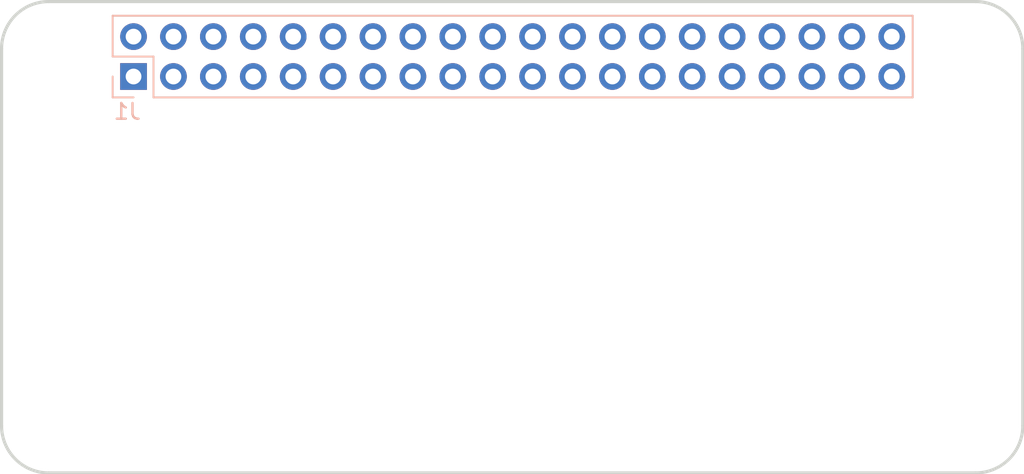
<source format=kicad_pcb>
(kicad_pcb (version 20171130) (host pcbnew "(5.0.0-rc2-227-g9b1f2447b)")

  (general
    (thickness 1.6)
    (drawings 8)
    (tracks 0)
    (zones 0)
    (modules 5)
    (nets 41)
  )

  (page A4)
  (layers
    (0 F.Cu signal)
    (31 B.Cu signal)
    (32 B.Adhes user)
    (33 F.Adhes user)
    (34 B.Paste user)
    (35 F.Paste user)
    (36 B.SilkS user)
    (37 F.SilkS user)
    (38 B.Mask user)
    (39 F.Mask user)
    (40 Dwgs.User user)
    (41 Cmts.User user)
    (42 Eco1.User user)
    (43 Eco2.User user)
    (44 Edge.Cuts user)
    (45 Margin user)
    (46 B.CrtYd user)
    (47 F.CrtYd user)
    (48 B.Fab user)
    (49 F.Fab user)
  )

  (setup
    (last_trace_width 0.25)
    (trace_clearance 0.2)
    (zone_clearance 0.508)
    (zone_45_only no)
    (trace_min 0.2)
    (segment_width 0.2)
    (edge_width 0.2)
    (via_size 0.8)
    (via_drill 0.4)
    (via_min_size 0.4)
    (via_min_drill 0.3)
    (uvia_size 0.3)
    (uvia_drill 0.1)
    (uvias_allowed no)
    (uvia_min_size 0.2)
    (uvia_min_drill 0.1)
    (pcb_text_width 0.3)
    (pcb_text_size 1.5 1.5)
    (mod_edge_width 0.15)
    (mod_text_size 1 1)
    (mod_text_width 0.15)
    (pad_size 1.524 1.524)
    (pad_drill 0.762)
    (pad_to_mask_clearance 0.2)
    (aux_axis_origin 100 100)
    (grid_origin 100 100)
    (visible_elements FFFFFF7F)
    (pcbplotparams
      (layerselection 0x010fc_ffffffff)
      (usegerberextensions false)
      (usegerberattributes false)
      (usegerberadvancedattributes false)
      (creategerberjobfile false)
      (excludeedgelayer true)
      (linewidth 0.100000)
      (plotframeref false)
      (viasonmask false)
      (mode 1)
      (useauxorigin false)
      (hpglpennumber 1)
      (hpglpenspeed 20)
      (hpglpendiameter 15.000000)
      (psnegative false)
      (psa4output false)
      (plotreference true)
      (plotvalue true)
      (plotinvisibletext false)
      (padsonsilk false)
      (subtractmaskfromsilk false)
      (outputformat 1)
      (mirror false)
      (drillshape 1)
      (scaleselection 1)
      (outputdirectory ""))
  )

  (net 0 "")
  (net 1 "Net-(J1-Pad1)")
  (net 2 "Net-(J1-Pad2)")
  (net 3 "Net-(J1-Pad3)")
  (net 4 "Net-(J1-Pad4)")
  (net 5 "Net-(J1-Pad5)")
  (net 6 "Net-(J1-Pad6)")
  (net 7 "Net-(J1-Pad7)")
  (net 8 "Net-(J1-Pad8)")
  (net 9 "Net-(J1-Pad9)")
  (net 10 "Net-(J1-Pad10)")
  (net 11 "Net-(J1-Pad11)")
  (net 12 "Net-(J1-Pad12)")
  (net 13 "Net-(J1-Pad13)")
  (net 14 "Net-(J1-Pad14)")
  (net 15 "Net-(J1-Pad15)")
  (net 16 "Net-(J1-Pad16)")
  (net 17 "Net-(J1-Pad17)")
  (net 18 "Net-(J1-Pad18)")
  (net 19 "Net-(J1-Pad19)")
  (net 20 "Net-(J1-Pad20)")
  (net 21 "Net-(J1-Pad21)")
  (net 22 "Net-(J1-Pad22)")
  (net 23 "Net-(J1-Pad23)")
  (net 24 "Net-(J1-Pad24)")
  (net 25 "Net-(J1-Pad25)")
  (net 26 "Net-(J1-Pad26)")
  (net 27 "Net-(J1-Pad27)")
  (net 28 "Net-(J1-Pad28)")
  (net 29 "Net-(J1-Pad29)")
  (net 30 "Net-(J1-Pad30)")
  (net 31 "Net-(J1-Pad31)")
  (net 32 "Net-(J1-Pad32)")
  (net 33 "Net-(J1-Pad33)")
  (net 34 "Net-(J1-Pad34)")
  (net 35 "Net-(J1-Pad35)")
  (net 36 "Net-(J1-Pad36)")
  (net 37 "Net-(J1-Pad37)")
  (net 38 "Net-(J1-Pad38)")
  (net 39 "Net-(J1-Pad39)")
  (net 40 "Net-(J1-Pad40)")

  (net_class Default "This is the default net class."
    (clearance 0.2)
    (trace_width 0.25)
    (via_dia 0.8)
    (via_drill 0.4)
    (uvia_dia 0.3)
    (uvia_drill 0.1)
    (add_net "Net-(J1-Pad1)")
    (add_net "Net-(J1-Pad10)")
    (add_net "Net-(J1-Pad11)")
    (add_net "Net-(J1-Pad12)")
    (add_net "Net-(J1-Pad13)")
    (add_net "Net-(J1-Pad14)")
    (add_net "Net-(J1-Pad15)")
    (add_net "Net-(J1-Pad16)")
    (add_net "Net-(J1-Pad17)")
    (add_net "Net-(J1-Pad18)")
    (add_net "Net-(J1-Pad19)")
    (add_net "Net-(J1-Pad2)")
    (add_net "Net-(J1-Pad20)")
    (add_net "Net-(J1-Pad21)")
    (add_net "Net-(J1-Pad22)")
    (add_net "Net-(J1-Pad23)")
    (add_net "Net-(J1-Pad24)")
    (add_net "Net-(J1-Pad25)")
    (add_net "Net-(J1-Pad26)")
    (add_net "Net-(J1-Pad27)")
    (add_net "Net-(J1-Pad28)")
    (add_net "Net-(J1-Pad29)")
    (add_net "Net-(J1-Pad3)")
    (add_net "Net-(J1-Pad30)")
    (add_net "Net-(J1-Pad31)")
    (add_net "Net-(J1-Pad32)")
    (add_net "Net-(J1-Pad33)")
    (add_net "Net-(J1-Pad34)")
    (add_net "Net-(J1-Pad35)")
    (add_net "Net-(J1-Pad36)")
    (add_net "Net-(J1-Pad37)")
    (add_net "Net-(J1-Pad38)")
    (add_net "Net-(J1-Pad39)")
    (add_net "Net-(J1-Pad4)")
    (add_net "Net-(J1-Pad40)")
    (add_net "Net-(J1-Pad5)")
    (add_net "Net-(J1-Pad6)")
    (add_net "Net-(J1-Pad7)")
    (add_net "Net-(J1-Pad8)")
    (add_net "Net-(J1-Pad9)")
  )

  (module Template:MountingHole_2.75mm_M2.5 locked (layer F.Cu) (tedit 5B37D712) (tstamp 5B431C4B)
    (at 103.5 96.5)
    (descr "Mounting Hole 2.75mm, no annular, M2.5")
    (tags "mounting hole 2.75mm no annular m2.5")
    (attr virtual)
    (fp_text reference REF** (at 0 -3.7) (layer F.SilkS) hide
      (effects (font (size 1 1) (thickness 0.15)))
    )
    (fp_text value MountingHole_2.7mm_M2.5 (at 0 3.7) (layer F.Fab) hide
      (effects (font (size 1 1) (thickness 0.15)))
    )
    (fp_text user %R (at 0 -3.7) (layer F.Fab) hide
      (effects (font (size 1 1) (thickness 0.15)))
    )
    (fp_circle (center 0 0) (end 2.7 0) (layer Cmts.User) (width 0.15))
    (fp_circle (center 0 0) (end 2.95 0) (layer F.CrtYd) (width 0.05))
    (pad "" np_thru_hole circle (at 0 0) (size 2.75 2.75) (drill 2.75) (layers *.Cu *.Mask)
      (clearance 1.75))
  )

  (module Template:MountingHole_2.75mm_M2.5 locked (layer F.Cu) (tedit 5B37D712) (tstamp 5B431B56)
    (at 103.5 73.5)
    (descr "Mounting Hole 2.75mm, no annular, M2.5")
    (tags "mounting hole 2.75mm no annular m2.5")
    (attr virtual)
    (fp_text reference REF** (at 0 -3.7) (layer F.SilkS) hide
      (effects (font (size 1 1) (thickness 0.15)))
    )
    (fp_text value MountingHole_2.7mm_M2.5 (at 0 3.7) (layer F.Fab) hide
      (effects (font (size 1 1) (thickness 0.15)))
    )
    (fp_text user %R (at 0 -3.7) (layer F.Fab) hide
      (effects (font (size 1 1) (thickness 0.15)))
    )
    (fp_circle (center 0 0) (end 2.7 0) (layer Cmts.User) (width 0.15))
    (fp_circle (center 0 0) (end 2.95 0) (layer F.CrtYd) (width 0.05))
    (pad "" np_thru_hole circle (at 0 0) (size 2.75 2.75) (drill 2.75) (layers *.Cu *.Mask)
      (clearance 1.75))
  )

  (module Template:MountingHole_2.75mm_M2.5 locked (layer F.Cu) (tedit 5B37D712) (tstamp 5B431C79)
    (at 161.5 73.5)
    (descr "Mounting Hole 2.75mm, no annular, M2.5")
    (tags "mounting hole 2.75mm no annular m2.5")
    (attr virtual)
    (fp_text reference REF** (at 0 -3.7) (layer F.SilkS) hide
      (effects (font (size 1 1) (thickness 0.15)))
    )
    (fp_text value MountingHole_2.7mm_M2.5 (at 0 3.7) (layer F.Fab) hide
      (effects (font (size 1 1) (thickness 0.15)))
    )
    (fp_text user %R (at 0 -3.7) (layer F.Fab) hide
      (effects (font (size 1 1) (thickness 0.15)))
    )
    (fp_circle (center 0 0) (end 2.7 0) (layer Cmts.User) (width 0.15))
    (fp_circle (center 0 0) (end 2.95 0) (layer F.CrtYd) (width 0.05))
    (pad "" np_thru_hole circle (at 0 0) (size 2.75 2.75) (drill 2.75) (layers *.Cu *.Mask)
      (clearance 1.75))
  )

  (module Template:MountingHole_2.75mm_M2.5 locked (layer F.Cu) (tedit 5B37D712) (tstamp 5B431C62)
    (at 161.5 96.5)
    (descr "Mounting Hole 2.75mm, no annular, M2.5")
    (tags "mounting hole 2.75mm no annular m2.5")
    (attr virtual)
    (fp_text reference REF** (at 0 -3.7) (layer F.SilkS) hide
      (effects (font (size 1 1) (thickness 0.15)))
    )
    (fp_text value MountingHole_2.7mm_M2.5 (at 0 3.7) (layer F.Fab) hide
      (effects (font (size 1 1) (thickness 0.15)))
    )
    (fp_text user %R (at 0 -3.7) (layer F.Fab) hide
      (effects (font (size 1 1) (thickness 0.15)))
    )
    (fp_circle (center 0 0) (end 2.7 0) (layer Cmts.User) (width 0.15))
    (fp_circle (center 0 0) (end 2.95 0) (layer F.CrtYd) (width 0.05))
    (pad "" np_thru_hole circle (at 0 0) (size 2.75 2.75) (drill 2.75) (layers *.Cu *.Mask)
      (clearance 1.75))
  )

  (module Connector_PinSocket_2.54mm:PinSocket_2x20_P2.54mm_Vertical locked (layer B.Cu) (tedit 5A19A433) (tstamp 5B4329D3)
    (at 108.4 74.77 270)
    (descr "Through hole straight socket strip, 2x20, 2.54mm pitch, double cols (from Kicad 4.0.7), script generated")
    (tags "Through hole socket strip THT 2x20 2.54mm double row")
    (path /5B37C9A8)
    (fp_text reference J1 (at 2.23 0.4 180) (layer B.SilkS)
      (effects (font (size 1 1) (thickness 0.15)) (justify mirror))
    )
    (fp_text value Raspberry_Pi_2_3 (at -1.27 -24.1) (layer B.Fab)
      (effects (font (size 1 1) (thickness 0.15)) (justify mirror))
    )
    (fp_line (start -3.81 1.27) (end 0.27 1.27) (layer B.Fab) (width 0.1))
    (fp_line (start 0.27 1.27) (end 1.27 0.27) (layer B.Fab) (width 0.1))
    (fp_line (start 1.27 0.27) (end 1.27 -49.53) (layer B.Fab) (width 0.1))
    (fp_line (start 1.27 -49.53) (end -3.81 -49.53) (layer B.Fab) (width 0.1))
    (fp_line (start -3.81 -49.53) (end -3.81 1.27) (layer B.Fab) (width 0.1))
    (fp_line (start -3.87 1.33) (end -1.27 1.33) (layer B.SilkS) (width 0.12))
    (fp_line (start -3.87 1.33) (end -3.87 -49.59) (layer B.SilkS) (width 0.12))
    (fp_line (start -3.87 -49.59) (end 1.33 -49.59) (layer B.SilkS) (width 0.12))
    (fp_line (start 1.33 -1.27) (end 1.33 -49.59) (layer B.SilkS) (width 0.12))
    (fp_line (start -1.27 -1.27) (end 1.33 -1.27) (layer B.SilkS) (width 0.12))
    (fp_line (start -1.27 1.33) (end -1.27 -1.27) (layer B.SilkS) (width 0.12))
    (fp_line (start 1.33 1.33) (end 1.33 0) (layer B.SilkS) (width 0.12))
    (fp_line (start 0 1.33) (end 1.33 1.33) (layer B.SilkS) (width 0.12))
    (fp_line (start -4.34 1.8) (end 1.76 1.8) (layer B.CrtYd) (width 0.05))
    (fp_line (start 1.76 1.8) (end 1.76 -50) (layer B.CrtYd) (width 0.05))
    (fp_line (start 1.76 -50) (end -4.34 -50) (layer B.CrtYd) (width 0.05))
    (fp_line (start -4.34 -50) (end -4.34 1.8) (layer B.CrtYd) (width 0.05))
    (fp_text user %R (at 2.23 0.4 180) (layer B.Fab)
      (effects (font (size 1 1) (thickness 0.15)) (justify mirror))
    )
    (pad 1 thru_hole rect (at 0 0 270) (size 1.7 1.7) (drill 1) (layers *.Cu *.Mask)
      (net 1 "Net-(J1-Pad1)"))
    (pad 2 thru_hole oval (at -2.54 0 270) (size 1.7 1.7) (drill 1) (layers *.Cu *.Mask)
      (net 2 "Net-(J1-Pad2)"))
    (pad 3 thru_hole oval (at 0 -2.54 270) (size 1.7 1.7) (drill 1) (layers *.Cu *.Mask)
      (net 3 "Net-(J1-Pad3)"))
    (pad 4 thru_hole oval (at -2.54 -2.54 270) (size 1.7 1.7) (drill 1) (layers *.Cu *.Mask)
      (net 4 "Net-(J1-Pad4)"))
    (pad 5 thru_hole oval (at 0 -5.08 270) (size 1.7 1.7) (drill 1) (layers *.Cu *.Mask)
      (net 5 "Net-(J1-Pad5)"))
    (pad 6 thru_hole oval (at -2.54 -5.08 270) (size 1.7 1.7) (drill 1) (layers *.Cu *.Mask)
      (net 6 "Net-(J1-Pad6)"))
    (pad 7 thru_hole oval (at 0 -7.62 270) (size 1.7 1.7) (drill 1) (layers *.Cu *.Mask)
      (net 7 "Net-(J1-Pad7)"))
    (pad 8 thru_hole oval (at -2.54 -7.62 270) (size 1.7 1.7) (drill 1) (layers *.Cu *.Mask)
      (net 8 "Net-(J1-Pad8)"))
    (pad 9 thru_hole oval (at 0 -10.16 270) (size 1.7 1.7) (drill 1) (layers *.Cu *.Mask)
      (net 9 "Net-(J1-Pad9)"))
    (pad 10 thru_hole oval (at -2.54 -10.16 270) (size 1.7 1.7) (drill 1) (layers *.Cu *.Mask)
      (net 10 "Net-(J1-Pad10)"))
    (pad 11 thru_hole oval (at 0 -12.7 270) (size 1.7 1.7) (drill 1) (layers *.Cu *.Mask)
      (net 11 "Net-(J1-Pad11)"))
    (pad 12 thru_hole oval (at -2.54 -12.7 270) (size 1.7 1.7) (drill 1) (layers *.Cu *.Mask)
      (net 12 "Net-(J1-Pad12)"))
    (pad 13 thru_hole oval (at 0 -15.24 270) (size 1.7 1.7) (drill 1) (layers *.Cu *.Mask)
      (net 13 "Net-(J1-Pad13)"))
    (pad 14 thru_hole oval (at -2.54 -15.24 270) (size 1.7 1.7) (drill 1) (layers *.Cu *.Mask)
      (net 14 "Net-(J1-Pad14)"))
    (pad 15 thru_hole oval (at 0 -17.78 270) (size 1.7 1.7) (drill 1) (layers *.Cu *.Mask)
      (net 15 "Net-(J1-Pad15)"))
    (pad 16 thru_hole oval (at -2.54 -17.78 270) (size 1.7 1.7) (drill 1) (layers *.Cu *.Mask)
      (net 16 "Net-(J1-Pad16)"))
    (pad 17 thru_hole oval (at 0 -20.32 270) (size 1.7 1.7) (drill 1) (layers *.Cu *.Mask)
      (net 17 "Net-(J1-Pad17)"))
    (pad 18 thru_hole oval (at -2.54 -20.32 270) (size 1.7 1.7) (drill 1) (layers *.Cu *.Mask)
      (net 18 "Net-(J1-Pad18)"))
    (pad 19 thru_hole oval (at 0 -22.86 270) (size 1.7 1.7) (drill 1) (layers *.Cu *.Mask)
      (net 19 "Net-(J1-Pad19)"))
    (pad 20 thru_hole oval (at -2.54 -22.86 270) (size 1.7 1.7) (drill 1) (layers *.Cu *.Mask)
      (net 20 "Net-(J1-Pad20)"))
    (pad 21 thru_hole oval (at 0 -25.4 270) (size 1.7 1.7) (drill 1) (layers *.Cu *.Mask)
      (net 21 "Net-(J1-Pad21)"))
    (pad 22 thru_hole oval (at -2.54 -25.4 270) (size 1.7 1.7) (drill 1) (layers *.Cu *.Mask)
      (net 22 "Net-(J1-Pad22)"))
    (pad 23 thru_hole oval (at 0 -27.94 270) (size 1.7 1.7) (drill 1) (layers *.Cu *.Mask)
      (net 23 "Net-(J1-Pad23)"))
    (pad 24 thru_hole oval (at -2.54 -27.94 270) (size 1.7 1.7) (drill 1) (layers *.Cu *.Mask)
      (net 24 "Net-(J1-Pad24)"))
    (pad 25 thru_hole oval (at 0 -30.48 270) (size 1.7 1.7) (drill 1) (layers *.Cu *.Mask)
      (net 25 "Net-(J1-Pad25)"))
    (pad 26 thru_hole oval (at -2.54 -30.48 270) (size 1.7 1.7) (drill 1) (layers *.Cu *.Mask)
      (net 26 "Net-(J1-Pad26)"))
    (pad 27 thru_hole oval (at 0 -33.02 270) (size 1.7 1.7) (drill 1) (layers *.Cu *.Mask)
      (net 27 "Net-(J1-Pad27)"))
    (pad 28 thru_hole oval (at -2.54 -33.02 270) (size 1.7 1.7) (drill 1) (layers *.Cu *.Mask)
      (net 28 "Net-(J1-Pad28)"))
    (pad 29 thru_hole oval (at 0 -35.56 270) (size 1.7 1.7) (drill 1) (layers *.Cu *.Mask)
      (net 29 "Net-(J1-Pad29)"))
    (pad 30 thru_hole oval (at -2.54 -35.56 270) (size 1.7 1.7) (drill 1) (layers *.Cu *.Mask)
      (net 30 "Net-(J1-Pad30)"))
    (pad 31 thru_hole oval (at 0 -38.1 270) (size 1.7 1.7) (drill 1) (layers *.Cu *.Mask)
      (net 31 "Net-(J1-Pad31)"))
    (pad 32 thru_hole oval (at -2.54 -38.1 270) (size 1.7 1.7) (drill 1) (layers *.Cu *.Mask)
      (net 32 "Net-(J1-Pad32)"))
    (pad 33 thru_hole oval (at 0 -40.64 270) (size 1.7 1.7) (drill 1) (layers *.Cu *.Mask)
      (net 33 "Net-(J1-Pad33)"))
    (pad 34 thru_hole oval (at -2.54 -40.64 270) (size 1.7 1.7) (drill 1) (layers *.Cu *.Mask)
      (net 34 "Net-(J1-Pad34)"))
    (pad 35 thru_hole oval (at 0 -43.18 270) (size 1.7 1.7) (drill 1) (layers *.Cu *.Mask)
      (net 35 "Net-(J1-Pad35)"))
    (pad 36 thru_hole oval (at -2.54 -43.18 270) (size 1.7 1.7) (drill 1) (layers *.Cu *.Mask)
      (net 36 "Net-(J1-Pad36)"))
    (pad 37 thru_hole oval (at 0 -45.72 270) (size 1.7 1.7) (drill 1) (layers *.Cu *.Mask)
      (net 37 "Net-(J1-Pad37)"))
    (pad 38 thru_hole oval (at -2.54 -45.72 270) (size 1.7 1.7) (drill 1) (layers *.Cu *.Mask)
      (net 38 "Net-(J1-Pad38)"))
    (pad 39 thru_hole oval (at 0 -48.26 270) (size 1.7 1.7) (drill 1) (layers *.Cu *.Mask)
      (net 39 "Net-(J1-Pad39)"))
    (pad 40 thru_hole oval (at -2.54 -48.26 270) (size 1.7 1.7) (drill 1) (layers *.Cu *.Mask)
      (net 40 "Net-(J1-Pad40)"))
    (model ${KISYS3DMOD}/Connector_PinSocket_2.54mm.3dshapes/PinSocket_2x20_P2.54mm_Vertical.wrl
      (at (xyz 0 0 0))
      (scale (xyz 1 1 1))
      (rotate (xyz 0 0 0))
    )
  )

  (gr_arc (start 103 73) (end 103 70) (angle -90) (layer Edge.Cuts) (width 0.2))
  (gr_arc (start 162 73) (end 165 73) (angle -90) (layer Edge.Cuts) (width 0.2))
  (gr_arc (start 162 97) (end 162 100) (angle -90) (layer Edge.Cuts) (width 0.2))
  (gr_line (start 162 100) (end 103 100) (layer Edge.Cuts) (width 0.2))
  (gr_line (start 165 73) (end 165 97) (layer Edge.Cuts) (width 0.2))
  (gr_line (start 103 70) (end 162 70) (layer Edge.Cuts) (width 0.2))
  (gr_line (start 100 97) (end 100 73) (layer Edge.Cuts) (width 0.2))
  (gr_arc (start 103 97) (end 100 97) (angle -90) (layer Edge.Cuts) (width 0.2))

)

</source>
